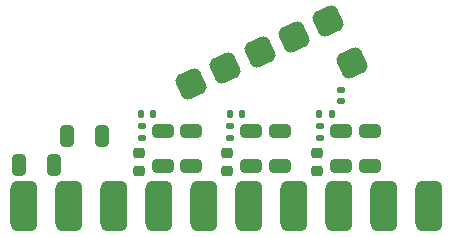
<source format=gbr>
%TF.GenerationSoftware,KiCad,Pcbnew,6.0.11-2627ca5db0~126~ubuntu20.04.1*%
%TF.CreationDate,2023-08-10T10:55:21+02:00*%
%TF.ProjectId,ScartPCB,53636172-7450-4434-922e-6b696361645f,2.0*%
%TF.SameCoordinates,PX76bb820PY7641700*%
%TF.FileFunction,Soldermask,Top*%
%TF.FilePolarity,Negative*%
%FSLAX46Y46*%
G04 Gerber Fmt 4.6, Leading zero omitted, Abs format (unit mm)*
G04 Created by KiCad (PCBNEW 6.0.11-2627ca5db0~126~ubuntu20.04.1) date 2023-08-10 10:55:21*
%MOMM*%
%LPD*%
G01*
G04 APERTURE LIST*
G04 Aperture macros list*
%AMRoundRect*
0 Rectangle with rounded corners*
0 $1 Rounding radius*
0 $2 $3 $4 $5 $6 $7 $8 $9 X,Y pos of 4 corners*
0 Add a 4 corners polygon primitive as box body*
4,1,4,$2,$3,$4,$5,$6,$7,$8,$9,$2,$3,0*
0 Add four circle primitives for the rounded corners*
1,1,$1+$1,$2,$3*
1,1,$1+$1,$4,$5*
1,1,$1+$1,$6,$7*
1,1,$1+$1,$8,$9*
0 Add four rect primitives between the rounded corners*
20,1,$1+$1,$2,$3,$4,$5,0*
20,1,$1+$1,$4,$5,$6,$7,0*
20,1,$1+$1,$6,$7,$8,$9,0*
20,1,$1+$1,$8,$9,$2,$3,0*%
G04 Aperture macros list end*
%ADD10RoundRect,0.250000X-0.650000X0.325000X-0.650000X-0.325000X0.650000X-0.325000X0.650000X0.325000X0*%
%ADD11RoundRect,0.135000X-0.185000X0.135000X-0.185000X-0.135000X0.185000X-0.135000X0.185000X0.135000X0*%
%ADD12RoundRect,0.225000X-0.250000X0.225000X-0.250000X-0.225000X0.250000X-0.225000X0.250000X0.225000X0*%
%ADD13RoundRect,0.135000X0.135000X0.185000X-0.135000X0.185000X-0.135000X-0.185000X0.135000X-0.185000X0*%
%ADD14RoundRect,0.135000X-0.135000X-0.185000X0.135000X-0.185000X0.135000X0.185000X-0.135000X0.185000X0*%
%ADD15RoundRect,0.250000X-0.325000X-0.650000X0.325000X-0.650000X0.325000X0.650000X-0.325000X0.650000X0*%
%ADD16RoundRect,0.571500X-0.276429X-0.759481X0.759481X-0.276429X0.276429X0.759481X-0.759481X0.276429X0*%
%ADD17RoundRect,0.140000X-0.170000X0.140000X-0.170000X-0.140000X0.170000X-0.140000X0.170000X0.140000X0*%
%ADD18RoundRect,0.571500X-0.571500X-1.562000X0.571500X-1.562000X0.571500X1.562000X-0.571500X1.562000X0*%
G04 APERTURE END LIST*
D10*
%TO.C,CB2*%
X32210000Y9016000D03*
X32210000Y6066000D03*
%TD*%
D11*
%TO.C,RR1*%
X12906000Y9448000D03*
X12906000Y8428000D03*
%TD*%
D12*
%TO.C,CR3*%
X12652000Y7173000D03*
X12652000Y5623000D03*
%TD*%
D13*
%TO.C,RG2*%
X21374200Y10436600D03*
X20354200Y10436600D03*
%TD*%
D14*
%TO.C,RB2*%
X27948800Y10462000D03*
X28968800Y10462000D03*
%TD*%
D10*
%TO.C,CG2*%
X22177000Y9016000D03*
X22177000Y6066000D03*
%TD*%
%TO.C,CR1*%
X17097000Y9016000D03*
X17097000Y6066000D03*
%TD*%
D13*
%TO.C,RR2*%
X13881200Y10436600D03*
X12861200Y10436600D03*
%TD*%
D11*
%TO.C,RB1*%
X28019000Y9448000D03*
X28019000Y8428000D03*
%TD*%
D10*
%TO.C,CR2*%
X14684000Y9016000D03*
X14684000Y6066000D03*
%TD*%
D11*
%TO.C,RG1*%
X20399000Y9448000D03*
X20399000Y8428000D03*
%TD*%
D10*
%TO.C,CG1*%
X24590000Y9016000D03*
X24590000Y6066000D03*
%TD*%
D12*
%TO.C,CB3*%
X27765000Y7173000D03*
X27765000Y5623000D03*
%TD*%
D15*
%TO.C,CC2*%
X2549000Y6144000D03*
X5499000Y6144000D03*
%TD*%
D16*
%TO.C,JI12*%
X17105000Y13002000D03*
%TD*%
D10*
%TO.C,CB1*%
X29797000Y9016000D03*
X29797000Y6066000D03*
%TD*%
D16*
%TO.C,JI2*%
X22872898Y15669000D03*
%TD*%
D17*
%TO.C,C0*%
X29805000Y12466000D03*
X29805000Y11506000D03*
%TD*%
D12*
%TO.C,CG3*%
X20145000Y7173000D03*
X20145000Y5623000D03*
%TD*%
D15*
%TO.C,CC1*%
X6613000Y8557000D03*
X9563000Y8557000D03*
%TD*%
D16*
%TO.C,JI5*%
X30694000Y14780000D03*
%TD*%
%TO.C,JI1*%
X19988949Y14335500D03*
%TD*%
%TO.C,JI9*%
X28662000Y18336000D03*
%TD*%
%TO.C,JI3*%
X25756847Y17002500D03*
%TD*%
D18*
%TO.C,J1*%
X37247500Y2642500D03*
X33437500Y2642500D03*
X29627500Y2642500D03*
X25817500Y2642500D03*
X22007500Y2642500D03*
X18197500Y2642500D03*
X14387500Y2642500D03*
X10577500Y2642500D03*
X6767500Y2642500D03*
X2957500Y2642500D03*
%TD*%
M02*

</source>
